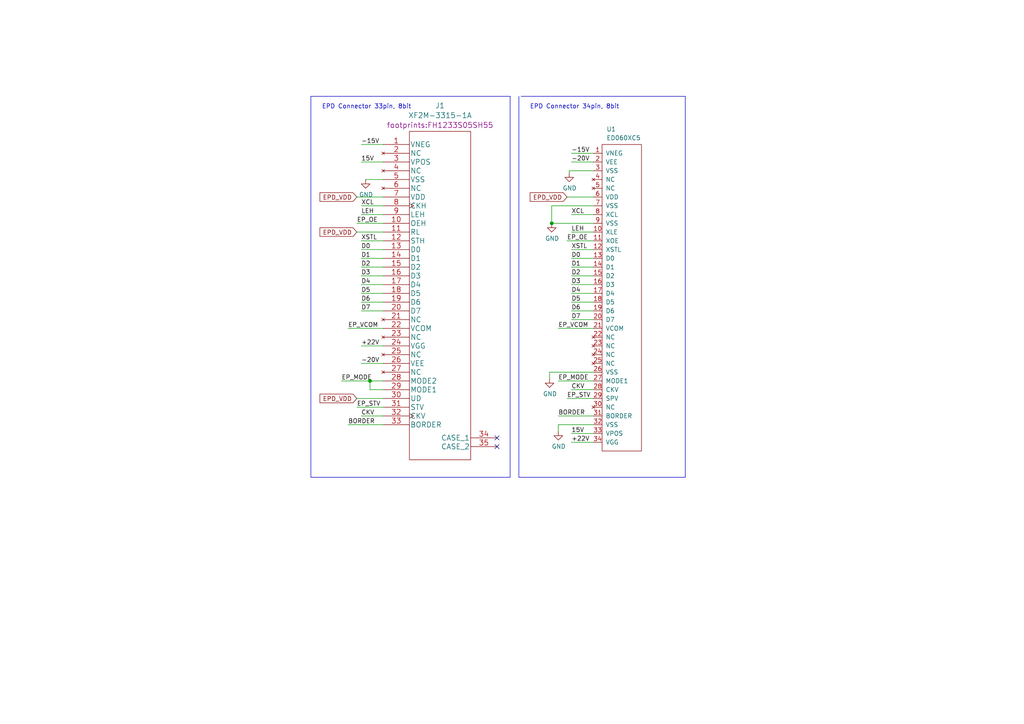
<source format=kicad_sch>
(kicad_sch (version 20230121) (generator eeschema)
  (paper "A4")
  (title_block (title "33 pin 097 to 34 pin 060 adapter") (date "2023-10-21") (rev "1.0") (company "FASANI CORP."))
  (lib_symbols
    (symbol "epd_breakout:ED060XC5" (pin_names (offset 1.016))
      (property "Reference" "U" (at 1.27 46.99 0))
      (property "Value" "ED060XC5" (at 3.81 49.53 0))
      (symbol "ED060XC5_0_1"
        (rectangle (start 13.97 -44.45) (end 2.54 44.45))
      )
      (symbol "ED060XC5_1_1"
        (pin power_in line (at 0 41.91 0) (length 2.54) (name "VNEG") (number "1"))
        (pin input line (at 0 19.05 0) (length 2.54) (name "XLE") (number "10"))
        (pin input line (at 0 16.51 0) (length 2.54) (name "XOE") (number "11"))
        (pin input line (at 0 13.97 0) (length 2.54) (name "XSTL") (number "12"))
        (pin input line (at 0 11.43 0) (length 2.54) (name "D0") (number "13"))
        (pin input line (at 0 8.89 0) (length 2.54) (name "D1") (number "14"))
        (pin input line (at 0 6.35 0) (length 2.54) (name "D2") (number "15"))
        (pin input line (at 0 3.81 0) (length 2.54) (name "D3") (number "16"))
        (pin input line (at 0 1.27 0) (length 2.54) (name "D4") (number "17"))
        (pin input line (at 0 -1.27 0) (length 2.54) (name "D5") (number "18"))
        (pin input line (at 0 -3.81 0) (length 2.54) (name "D6") (number "19"))
        (pin power_in line (at 0 39.37 0) (length 2.54) (name "VEE") (number "2"))
        (pin input line (at 0 -6.35 0) (length 2.54) (name "D7") (number "20"))
        (pin power_in line (at 0 -8.89 0) (length 2.54) (name "VCOM") (number "21"))
        (pin no_connect line (at 0 -11.43 0) (length 2.54) (name "NC") (number "22"))
        (pin no_connect line (at 0 -13.97 0) (length 2.54) (name "NC") (number "23"))
        (pin no_connect line (at 0 -16.51 0) (length 2.54) (name "NC") (number "24"))
        (pin no_connect line (at 0 -19.05 0) (length 2.54) (name "NC") (number "25"))
        (pin power_in line (at 0 -21.59 0) (length 2.54) (name "VSS") (number "26"))
        (pin input line (at 0 -24.13 0) (length 2.54) (name "MODE1") (number "27"))
        (pin input line (at 0 -26.67 0) (length 2.54) (name "CKV") (number "28"))
        (pin input line (at 0 -29.21 0) (length 2.54) (name "SPV") (number "29"))
        (pin power_in line (at 0 36.83 0) (length 2.54) (name "VSS") (number "3"))
        (pin no_connect line (at 0 -31.75 0) (length 2.54) (name "NC") (number "30"))
        (pin power_in line (at 0 -34.29 0) (length 2.54) (name "BORDER") (number "31"))
        (pin power_in line (at 0 -36.83 0) (length 2.54) (name "VSS") (number "32"))
        (pin power_in line (at 0 -39.37 0) (length 2.54) (name "VPOS") (number "33"))
        (pin power_in line (at 0 -41.91 0) (length 2.54) (name "VGG") (number "34"))
        (pin no_connect line (at 0 34.29 0) (length 2.54) (name "NC") (number "4"))
        (pin no_connect line (at 0 31.75 0) (length 2.54) (name "NC") (number "5"))
        (pin power_in line (at 0 29.21 0) (length 2.54) (name "VDD") (number "6"))
        (pin power_in line (at 0 26.67 0) (length 2.54) (name "VSS") (number "7"))
        (pin input line (at 0 24.13 0) (length 2.54) (name "XCL") (number "8"))
        (pin power_in line (at 0 21.59 0) (length 2.54) (name "VSS") (number "9"))
      )
    )
    (symbol "epd_breakout:XF2M-3315-1A" (pin_names (offset 0.254))
      (property "Reference" "J" (at 16.51 13.97 0))
      (property "Value" "XF2M-3315-1A" (at 16.51 11.43 0))
      (property "Footprint" "epaper-breakout:CONN_ED097OC4" (at 16.51 10.16 0))
      (symbol "XF2M-3315-1A_0_1"
        (rectangle (start 25.4 -86.36) (end 7.62 8.89))
      )
      (symbol "XF2M-3315-1A_1_0"
        (pin power_in line (at 0 5.08 0) (length 7.62) (name "VNEG") (number "1"))
        (pin input line (at 0 -17.78 0) (length 7.62) (name "OEH") (number "10"))
        (pin input line (at 0 -20.32 0) (length 7.62) (name "RL") (number "11"))
        (pin input line (at 0 -22.86 0) (length 7.62) (name "STH") (number "12"))
        (pin input line (at 0 -25.4 0) (length 7.62) (name "D0") (number "13"))
        (pin input line (at 0 -27.94 0) (length 7.62) (name "D1") (number "14"))
        (pin input line (at 0 -30.48 0) (length 7.62) (name "D2") (number "15"))
        (pin input line (at 0 -33.02 0) (length 7.62) (name "D3") (number "16"))
        (pin input line (at 0 -35.56 0) (length 7.62) (name "D4") (number "17"))
        (pin input line (at 0 -38.1 0) (length 7.62) (name "D5") (number "18"))
        (pin input line (at 0 -40.64 0) (length 7.62) (name "D6") (number "19"))
        (pin no_connect line (at 0 2.54 0) (length 7.62) (name "NC") (number "2"))
        (pin input line (at 0 -43.18 0) (length 7.62) (name "D7") (number "20"))
        (pin no_connect line (at 0 -45.72 0) (length 7.62) (name "NC") (number "21"))
        (pin power_in line (at 0 -48.26 0) (length 7.62) (name "VCOM") (number "22"))
        (pin no_connect line (at 0 -50.8 0) (length 7.62) (name "NC") (number "23"))
        (pin power_in line (at 0 -53.34 0) (length 7.62) (name "VGG") (number "24"))
        (pin no_connect line (at 0 -55.88 0) (length 7.62) (name "NC") (number "25"))
        (pin power_in line (at 0 -58.42 0) (length 7.62) (name "VEE") (number "26"))
        (pin no_connect line (at 0 -60.96 0) (length 7.62) (name "NC") (number "27"))
        (pin input line (at 0 -63.5 0) (length 7.62) (name "MODE2") (number "28"))
        (pin input line (at 0 -66.04 0) (length 7.62) (name "MODE1") (number "29"))
        (pin power_in line (at 0 0 0) (length 7.62) (name "VPOS") (number "3"))
        (pin input line (at 0 -68.58 0) (length 7.62) (name "UD") (number "30"))
        (pin input line (at 0 -71.12 0) (length 7.62) (name "STV") (number "31"))
        (pin input clock (at 0 -73.66 0) (length 7.62) (name "CKV") (number "32"))
        (pin input line (at 0 -76.2 0) (length 7.62) (name "BORDER") (number "33"))
        (pin unspecified line (at 33.02 -80.01 180) (length 7.62) (name "CASE_1") (number "34"))
        (pin unspecified line (at 33.02 -82.55 180) (length 7.62) (name "CASE_2") (number "35"))
        (pin no_connect line (at 0 -2.54 0) (length 7.62) (name "NC") (number "4"))
        (pin power_in line (at 0 -5.08 0) (length 7.62) (name "VSS") (number "5"))
        (pin no_connect line (at 0 -7.62 0) (length 7.62) (name "NC") (number "6"))
        (pin power_in line (at 0 -10.16 0) (length 7.62) (name "VDD") (number "7"))
        (pin input clock (at 0 -12.7 0) (length 7.62) (name "CKH") (number "8"))
        (pin input line (at 0 -15.24 0) (length 7.62) (name "LEH") (number "9"))
      )
    )
    (symbol "power:GND" (power) (pin_names (offset 0))
      (property "Value" "GND" (at 0 -3.81 0))
      (symbol "GND_0_1"
        (polyline (pts (xy 0 0) (xy 0 -1.27) (xy 1.27 -1.27) (xy 0 -2.54) (xy -1.27 -1.27) (xy 0 -1.27)))
      )
      (symbol "GND_1_1"
        (pin power_in line (at 0 0 270) (length 0) hide (name "GND") (number "1"))
      )
    )
  )
  (junction (at 107.315 110.49))
  (junction (at 160.02 64.77))
  (no_connect (at 144.145 127))
  (no_connect (at 144.145 129.54))
  (wire (pts (xy 103.505 67.31) (xy 111.125 67.31)))
  (wire (pts (xy 165.735 74.93) (xy 172.085 74.93)))
  (wire (pts (xy 103.505 57.15) (xy 111.125 57.15)))
  (wire (pts (xy 111.125 41.91) (xy 104.775 41.91)))
  (wire (pts (xy 104.775 74.93) (xy 111.125 74.93)))
  (wire (pts (xy 165.735 82.55) (xy 172.085 82.55)))
  (wire (pts (xy 172.085 49.53) (xy 165.1 49.53)))
  (wire (pts (xy 104.775 87.63) (xy 111.125 87.63)))
  (wire (pts (xy 172.085 107.95) (xy 159.385 107.95)))
  (wire (pts (xy 104.775 100.33) (xy 111.125 100.33)))
  (polyline (pts (xy 198.755 27.94) (xy 198.755 138.43)))
  (wire (pts (xy 103.505 118.11) (xy 111.125 118.11)))
  (wire (pts (xy 165.735 77.47) (xy 172.085 77.47)))
  (wire (pts (xy 165.735 90.17) (xy 172.085 90.17)))
  (wire (pts (xy 100.965 123.19) (xy 111.125 123.19)))
  (wire (pts (xy 165.735 113.03) (xy 172.085 113.03)))
  (polyline (pts (xy 150.495 27.94) (xy 150.495 138.43)))
  (polyline (pts (xy 198.755 138.43) (xy 150.495 138.43)))
  (polyline (pts (xy 90.17 27.94) (xy 147.955 27.94)))
  (wire (pts (xy 164.465 57.15) (xy 172.085 57.15)))
  (wire (pts (xy 161.925 123.19) (xy 161.925 125.095)))
  (wire (pts (xy 165.735 85.09) (xy 172.085 85.09)))
  (polyline (pts (xy 151.13 27.94) (xy 198.755 27.94)))
  (wire (pts (xy 107.315 113.03) (xy 107.315 110.49)))
  (wire (pts (xy 161.925 95.25) (xy 172.085 95.25)))
  (wire (pts (xy 161.925 120.65) (xy 172.085 120.65)))
  (wire (pts (xy 104.775 85.09) (xy 111.125 85.09)))
  (polyline (pts (xy 147.955 27.94) (xy 147.955 138.43)))
  (wire (pts (xy 104.775 62.23) (xy 111.125 62.23)))
  (wire (pts (xy 104.775 69.85) (xy 111.125 69.85)))
  (wire (pts (xy 103.505 64.77) (xy 111.125 64.77)))
  (wire (pts (xy 104.775 105.41) (xy 111.125 105.41)))
  (wire (pts (xy 165.735 92.71) (xy 172.085 92.71)))
  (wire (pts (xy 165.735 125.73) (xy 172.085 125.73)))
  (wire (pts (xy 165.735 62.23) (xy 172.085 62.23)))
  (wire (pts (xy 164.465 69.85) (xy 172.085 69.85)))
  (wire (pts (xy 165.1 49.53) (xy 165.1 50.165)))
  (wire (pts (xy 159.385 107.95) (xy 159.385 109.855)))
  (wire (pts (xy 165.735 67.31) (xy 172.085 67.31)))
  (wire (pts (xy 111.125 113.03) (xy 107.315 113.03)))
  (wire (pts (xy 100.965 95.25) (xy 111.125 95.25)))
  (wire (pts (xy 104.775 72.39) (xy 111.125 72.39)))
  (wire (pts (xy 107.315 110.49) (xy 111.125 110.49)))
  (wire (pts (xy 164.465 115.57) (xy 172.085 115.57)))
  (wire (pts (xy 165.735 72.39) (xy 172.085 72.39)))
  (wire (pts (xy 165.735 87.63) (xy 172.085 87.63)))
  (wire (pts (xy 165.735 46.99) (xy 172.085 46.99)))
  (wire (pts (xy 104.775 80.01) (xy 111.125 80.01)))
  (wire (pts (xy 172.085 123.19) (xy 161.925 123.19)))
  (wire (pts (xy 99.06 110.49) (xy 107.315 110.49)))
  (wire (pts (xy 172.085 44.45) (xy 165.735 44.45)))
  (polyline (pts (xy 147.955 138.43) (xy 90.17 138.43)))
  (wire (pts (xy 106.045 52.07) (xy 111.125 52.07)))
  (wire (pts (xy 160.02 64.77) (xy 160.02 59.69)))
  (polyline (pts (xy 90.17 27.94) (xy 90.17 138.43)))
  (wire (pts (xy 161.925 110.49) (xy 172.085 110.49)))
  (wire (pts (xy 160.02 64.77) (xy 172.085 64.77)))
  (wire (pts (xy 104.775 59.69) (xy 111.125 59.69)))
  (wire (pts (xy 104.775 77.47) (xy 111.125 77.47)))
  (wire (pts (xy 104.775 82.55) (xy 111.125 82.55)))
  (wire (pts (xy 104.775 46.99) (xy 111.125 46.99)))
  (wire (pts (xy 165.735 80.01) (xy 172.085 80.01)))
  (wire (pts (xy 165.735 128.27) (xy 172.085 128.27)))
  (wire (pts (xy 104.775 120.65) (xy 111.125 120.65)))
  (wire (pts (xy 103.505 115.57) (xy 111.125 115.57)))
  (wire (pts (xy 104.775 90.17) (xy 111.125 90.17)))
  (wire (pts (xy 160.02 59.69) (xy 172.085 59.69)))
  (text "EPD Connector 33pin, 8bit" (at 93.345 31.75 0) (effects (font (size 1.27 1.27)) (justify left bottom)))
  (text "EPD Connector 34pin, 8bit" (at 153.67 31.75 0) (effects (font (size 1.27 1.27)) (justify left bottom)))
  (label "D6" (at 104.775 87.63 0))
  (label "XSTL" (at 104.775 69.85 0))
  (label "D6" (at 165.735 90.17 0))
  (label "EP_MODE" (at 161.925 110.49 0))
  (label "EP_VCOM" (at 100.965 95.25 0))
  (label "D4" (at 165.735 85.09 0))
  (label "EP_STV" (at 103.505 118.11 0))
  (label "D1" (at 104.775 74.93 0))
  (label "-15V" (at 165.735 44.45 0))
  (label "D4" (at 104.775 82.55 0))
  (label "CKV" (at 104.775 120.65 0))
  (label "15V" (at 165.735 125.73 0))
  (label "D5" (at 104.775 85.09 0))
  (label "LEH" (at 165.735 67.31 0))
  (label "LEH" (at 104.775 62.23 0))
  (label "EP_STV" (at 164.465 115.57 0))
  (label "-20V" (at 165.735 46.99 0))
  (label "15V" (at 104.775 46.99 0))
  (label "XSTL" (at 165.735 72.39 0))
  (label "-20V" (at 104.775 105.41 0))
  (label "+22V" (at 165.735 128.27 0))
  (label "XCL" (at 165.735 62.23 0))
  (label "D3" (at 104.775 80.01 0))
  (label "EP_OE" (at 164.465 69.85 0))
  (label "D7" (at 165.735 92.71 0))
  (label "D7" (at 104.775 90.17 0))
  (label "D0" (at 165.735 74.93 0))
  (label "-15V" (at 104.775 41.91 0))
  (label "EP_OE" (at 103.505 64.77 0))
  (label "CKV" (at 165.735 113.03 0))
  (label "D2" (at 165.735 80.01 0))
  (label "EP_MODE" (at 99.06 110.49 0))
  (label "+22V" (at 104.775 100.33 0))
  (label "XCL" (at 104.775 59.69 0))
  (label "D2" (at 104.775 77.47 0))
  (label "BORDER" (at 161.925 120.65 0))
  (label "BORDER" (at 100.965 123.19 0))
  (label "D5" (at 165.735 87.63 0))
  (label "D0" (at 104.775 72.39 0))
  (label "EP_VCOM" (at 161.925 95.25 0))
  (label "D3" (at 165.735 82.55 0))
  (label "D1" (at 165.735 77.47 0))
  (global_label "EPD_VDD" (shape input) (at 103.505 57.15 180) (property "Intersheetrefs" "${INTERSHEET_REFS}" (effects hide)) (property "Referenzen zwischen Schaltplänen" "${INTERSHEET_REFS}" (effects hide)))
  (global_label "EPD_VDD" (shape input) (at 103.505 115.57 180) (property "Intersheetrefs" "${INTERSHEET_REFS}" (effects hide)) (property "Referenzen zwischen Schaltplänen" "${INTERSHEET_REFS}" (effects hide)))
  (global_label "EPD_VDD" (shape input) (at 164.465 57.15 180) (property "Intersheetrefs" "${INTERSHEET_REFS}" (effects hide)) (property "Referenzen zwischen Schaltplänen" "${INTERSHEET_REFS}" (effects hide)))
  (global_label "EPD_VDD" (shape input) (at 103.505 67.31 180) (property "Intersheetrefs" "${INTERSHEET_REFS}" (effects hide)) (property "Referenzen zwischen Schaltplänen" "${INTERSHEET_REFS}" (effects hide)))
  (symbol (lib_id "power:GND") (at 159.385 109.855 0) (unit 1)
    (property "Reference" "#PWR02" (effects hide))
    (property "Value" "GND" (at 159.512 114.2492 0))
  )
  (symbol (lib_id "epd_breakout:XF2M-3315-1A") (at 111.125 46.99 0) (unit 1)
    (property "Reference" "J1" (at 127.635 30.637 0) (effects (font (size 1.524 1.524))))
    (property "Value" "XF2M-3315-1A" (at 127.635 33.4698 0) (effects (font (size 1.524 1.524))))
    (property "Footprint" "footprints:FH1233S05SH55" (at 127.635 36.3026 0) (effects (font (size 1.524 1.524))))
    (property "LCSC" "C231420" (effects hide))
  )
  (symbol (lib_id "power:GND") (at 161.925 125.095 0) (unit 1)
    (property "Reference" "#PWR04" (effects hide))
    (property "Value" "GND" (at 162.052 129.4892 0))
  )
  (symbol (lib_id "power:GND") (at 106.045 52.07 0) (unit 1)
    (property "Reference" "#PWR01" (effects hide))
    (property "Value" "GND" (at 106.172 56.4642 0))
  )
  (symbol (lib_id "epd_breakout:ED060XC5") (at 172.085 86.36 0) (unit 1)
    (property "Reference" "U1" (at 175.895 37.465 0) (effects (justify left)))
    (property "Value" "ED060XC5" (at 175.895 40.0019 0) (effects (justify left)))
    (property "Footprint" "epaper-breakout:X05A20H34G" (effects hide))
    (property "Datasheet" "http://www.universaldisplay.asia/wp-content/uploads/2012/10/ED060XC5.pdf, https://datasheet.lcsc.com/szlcsc/2005221833_XKB-Connectivity-X05A20H34G_C528053.pdf" (effects hide))
    (property "LCSC" "C528053" (effects hide))
  )
  (symbol (lib_id "power:GND") (at 160.02 64.77 0) (unit 1)
    (property "Reference" "#PWR03" (effects hide))
    (property "Value" "GND" (at 160.147 69.1642 0))
  )
  (symbol (lib_id "power:GND") (at 165.1 50.165 0) (unit 1)
    (property "Reference" "#PWR05" (effects hide))
    (property "Value" "GND" (at 165.227 54.5592 0))
  )
)
</source>
